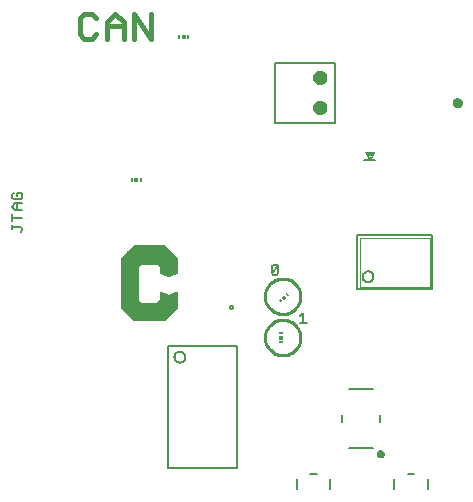
<source format=gto>
G75*
G70*
%OFA0B0*%
%FSLAX24Y24*%
%IPPOS*%
%LPD*%
%AMOC8*
5,1,8,0,0,1.08239X$1,22.5*
%
%ADD10C,0.0050*%
%ADD11C,0.0098*%
%ADD12C,0.0150*%
%ADD13R,0.0059X0.0118*%
%ADD14R,0.0118X0.0118*%
%ADD15R,0.0118X0.0059*%
%ADD16R,0.0118X0.0118*%
%ADD17C,0.0004*%
%ADD18C,0.0236*%
%ADD19C,0.0060*%
%ADD20C,0.0080*%
%ADD21C,0.0157*%
%ADD22C,0.0039*%
%ADD23C,0.0079*%
%ADD24C,0.0020*%
D10*
X008480Y007788D02*
X008482Y007802D01*
X008488Y007816D01*
X008496Y007828D01*
X008508Y007836D01*
X008522Y007842D01*
X008536Y007844D01*
X008550Y007842D01*
X008564Y007836D01*
X008576Y007828D01*
X008584Y007816D01*
X008590Y007802D01*
X008592Y007788D01*
X008590Y007774D01*
X008584Y007760D01*
X008576Y007748D01*
X008564Y007740D01*
X008550Y007734D01*
X008536Y007732D01*
X008522Y007734D01*
X008508Y007740D01*
X008496Y007748D01*
X008488Y007760D01*
X008482Y007774D01*
X008480Y007788D01*
X009870Y008923D02*
X010099Y009153D01*
X010099Y008923D01*
X010042Y008866D01*
X009927Y008866D01*
X009870Y008923D01*
X009870Y009153D01*
X009927Y009210D01*
X010042Y009210D01*
X010099Y009153D01*
X010929Y007596D02*
X010929Y007252D01*
X010815Y007252D02*
X011044Y007252D01*
X010815Y007481D02*
X010929Y007596D01*
X013497Y002887D02*
X013499Y002893D01*
X013503Y002897D01*
X013510Y002898D01*
X013515Y002895D01*
X013519Y002890D01*
X013519Y002884D01*
X013515Y002879D01*
X013510Y002876D01*
X013503Y002877D01*
X013499Y002881D01*
X013497Y002887D01*
X013451Y002887D02*
X013453Y002902D01*
X013459Y002915D01*
X013468Y002927D01*
X013479Y002936D01*
X013493Y002942D01*
X013508Y002944D01*
X013523Y002942D01*
X013536Y002936D01*
X013548Y002927D01*
X013557Y002916D01*
X013563Y002902D01*
X013565Y002887D01*
X013563Y002872D01*
X013557Y002859D01*
X013548Y002847D01*
X013537Y002838D01*
X013523Y002832D01*
X013508Y002830D01*
X013493Y002832D01*
X013480Y002838D01*
X013468Y002847D01*
X013459Y002858D01*
X013453Y002872D01*
X013451Y002887D01*
X013404Y002887D02*
X013406Y002907D01*
X013411Y002926D01*
X013421Y002943D01*
X013433Y002959D01*
X013448Y002972D01*
X013465Y002982D01*
X013483Y002988D01*
X013503Y002991D01*
X013523Y002990D01*
X013542Y002985D01*
X013560Y002977D01*
X013576Y002966D01*
X013590Y002951D01*
X013600Y002935D01*
X013608Y002916D01*
X013612Y002897D01*
X013612Y002877D01*
X013608Y002858D01*
X013600Y002839D01*
X013590Y002823D01*
X013576Y002808D01*
X013560Y002797D01*
X013542Y002789D01*
X013523Y002784D01*
X013503Y002783D01*
X013483Y002786D01*
X013465Y002792D01*
X013448Y002802D01*
X013433Y002815D01*
X013421Y002831D01*
X013411Y002848D01*
X013406Y002867D01*
X013404Y002887D01*
X011977Y013943D02*
X009977Y013943D01*
X009977Y015943D01*
X011977Y015943D01*
X011977Y013943D01*
X001562Y011553D02*
X001562Y011438D01*
X001505Y011381D01*
X001275Y011381D01*
X001218Y011438D01*
X001218Y011553D01*
X001275Y011610D01*
X001390Y011610D02*
X001390Y011495D01*
X001390Y011610D02*
X001505Y011610D01*
X001562Y011553D01*
X001562Y011247D02*
X001333Y011247D01*
X001218Y011133D01*
X001333Y011018D01*
X001562Y011018D01*
X001390Y011018D02*
X001390Y011247D01*
X001218Y010885D02*
X001218Y010656D01*
X001218Y010770D02*
X001562Y010770D01*
X001505Y010465D02*
X001218Y010465D01*
X001218Y010408D02*
X001218Y010522D01*
X001505Y010465D02*
X001562Y010408D01*
X001562Y010351D01*
X001505Y010293D01*
D11*
X009648Y008152D02*
X009650Y008200D01*
X009656Y008248D01*
X009666Y008295D01*
X009679Y008341D01*
X009697Y008386D01*
X009717Y008430D01*
X009742Y008472D01*
X009770Y008511D01*
X009800Y008548D01*
X009834Y008582D01*
X009871Y008614D01*
X009909Y008643D01*
X009950Y008668D01*
X009993Y008690D01*
X010038Y008708D01*
X010084Y008722D01*
X010131Y008733D01*
X010179Y008740D01*
X010227Y008743D01*
X010275Y008742D01*
X010323Y008737D01*
X010371Y008728D01*
X010417Y008716D01*
X010462Y008699D01*
X010506Y008679D01*
X010548Y008656D01*
X010588Y008629D01*
X010626Y008599D01*
X010661Y008566D01*
X010693Y008530D01*
X010723Y008492D01*
X010749Y008451D01*
X010771Y008408D01*
X010791Y008364D01*
X010806Y008319D01*
X010818Y008272D01*
X010826Y008224D01*
X010830Y008176D01*
X010830Y008128D01*
X010826Y008080D01*
X010818Y008032D01*
X010806Y007985D01*
X010791Y007940D01*
X010771Y007896D01*
X010749Y007853D01*
X010723Y007812D01*
X010693Y007774D01*
X010661Y007738D01*
X010626Y007705D01*
X010588Y007675D01*
X010548Y007648D01*
X010506Y007625D01*
X010462Y007605D01*
X010417Y007588D01*
X010371Y007576D01*
X010323Y007567D01*
X010275Y007562D01*
X010227Y007561D01*
X010179Y007564D01*
X010131Y007571D01*
X010084Y007582D01*
X010038Y007596D01*
X009993Y007614D01*
X009950Y007636D01*
X009909Y007661D01*
X009871Y007690D01*
X009834Y007722D01*
X009800Y007756D01*
X009770Y007793D01*
X009742Y007832D01*
X009717Y007874D01*
X009697Y007918D01*
X009679Y007963D01*
X009666Y008009D01*
X009656Y008056D01*
X009650Y008104D01*
X009648Y008152D01*
X009648Y006774D02*
X009650Y006822D01*
X009656Y006870D01*
X009666Y006917D01*
X009679Y006963D01*
X009697Y007008D01*
X009717Y007052D01*
X009742Y007094D01*
X009770Y007133D01*
X009800Y007170D01*
X009834Y007204D01*
X009871Y007236D01*
X009909Y007265D01*
X009950Y007290D01*
X009993Y007312D01*
X010038Y007330D01*
X010084Y007344D01*
X010131Y007355D01*
X010179Y007362D01*
X010227Y007365D01*
X010275Y007364D01*
X010323Y007359D01*
X010371Y007350D01*
X010417Y007338D01*
X010462Y007321D01*
X010506Y007301D01*
X010548Y007278D01*
X010588Y007251D01*
X010626Y007221D01*
X010661Y007188D01*
X010693Y007152D01*
X010723Y007114D01*
X010749Y007073D01*
X010771Y007030D01*
X010791Y006986D01*
X010806Y006941D01*
X010818Y006894D01*
X010826Y006846D01*
X010830Y006798D01*
X010830Y006750D01*
X010826Y006702D01*
X010818Y006654D01*
X010806Y006607D01*
X010791Y006562D01*
X010771Y006518D01*
X010749Y006475D01*
X010723Y006434D01*
X010693Y006396D01*
X010661Y006360D01*
X010626Y006327D01*
X010588Y006297D01*
X010548Y006270D01*
X010506Y006247D01*
X010462Y006227D01*
X010417Y006210D01*
X010371Y006198D01*
X010323Y006189D01*
X010275Y006184D01*
X010227Y006183D01*
X010179Y006186D01*
X010131Y006193D01*
X010084Y006204D01*
X010038Y006218D01*
X009993Y006236D01*
X009950Y006258D01*
X009909Y006283D01*
X009871Y006312D01*
X009834Y006344D01*
X009800Y006378D01*
X009770Y006415D01*
X009742Y006454D01*
X009717Y006496D01*
X009697Y006540D01*
X009679Y006585D01*
X009666Y006631D01*
X009656Y006678D01*
X009650Y006726D01*
X009648Y006774D01*
D12*
X005842Y016741D02*
X005842Y017576D01*
X005285Y017576D02*
X005842Y016741D01*
X005285Y016741D02*
X005285Y017576D01*
X004936Y017297D02*
X004936Y016741D01*
X004936Y017158D02*
X004379Y017158D01*
X004379Y017297D02*
X004658Y017576D01*
X004936Y017297D01*
X004379Y017297D02*
X004379Y016741D01*
X004030Y016880D02*
X003890Y016741D01*
X003612Y016741D01*
X003473Y016880D01*
X003473Y017437D01*
X003612Y017576D01*
X003890Y017576D01*
X004030Y017437D01*
D13*
X006794Y016804D03*
X007089Y016804D03*
X005514Y012030D03*
X005219Y012030D03*
G36*
X010114Y008027D02*
X010155Y008068D01*
X010238Y007985D01*
X010197Y007944D01*
X010114Y008027D01*
G37*
G36*
X010323Y008236D02*
X010364Y008277D01*
X010447Y008194D01*
X010406Y008153D01*
X010323Y008236D01*
G37*
D14*
G36*
X010197Y008110D02*
X010280Y008193D01*
X010363Y008110D01*
X010280Y008027D01*
X010197Y008110D01*
G37*
D15*
X010179Y006922D03*
X010179Y006626D03*
D16*
X010179Y006774D03*
X005366Y012030D03*
X006941Y016804D03*
D17*
X006292Y007345D02*
X005268Y007345D01*
X006292Y007345D01*
X006705Y007758D01*
X006705Y008310D01*
X006429Y008191D01*
X006154Y008310D01*
X006154Y008054D01*
X006705Y008054D01*
X006705Y008052D02*
X006152Y008052D01*
X006154Y008054D02*
X006036Y007936D01*
X005504Y007936D01*
X005406Y008034D01*
X005406Y009136D01*
X004855Y009136D01*
X004855Y009138D02*
X005408Y009138D01*
X005406Y009136D02*
X005504Y009235D01*
X006055Y009235D01*
X006154Y009136D01*
X006705Y009136D01*
X006705Y009138D02*
X006152Y009138D01*
X006154Y009136D02*
X006154Y008939D01*
X006429Y008821D01*
X006705Y008939D01*
X006705Y009432D01*
X006292Y009845D01*
X005268Y009845D01*
X004855Y009432D01*
X004855Y007758D01*
X005268Y007345D01*
X005266Y007347D02*
X006294Y007347D01*
X006297Y007350D02*
X005263Y007350D01*
X005261Y007352D02*
X006299Y007352D01*
X006302Y007355D02*
X005258Y007355D01*
X005256Y007357D02*
X006304Y007357D01*
X006307Y007360D02*
X005253Y007360D01*
X005251Y007362D02*
X006309Y007362D01*
X006311Y007365D02*
X005248Y007365D01*
X005246Y007367D02*
X006314Y007367D01*
X006316Y007370D02*
X005243Y007370D01*
X005241Y007372D02*
X006319Y007372D01*
X006321Y007375D02*
X005238Y007375D01*
X005236Y007377D02*
X006324Y007377D01*
X006326Y007380D02*
X005233Y007380D01*
X005231Y007382D02*
X006329Y007382D01*
X006331Y007385D02*
X005228Y007385D01*
X005226Y007387D02*
X006334Y007387D01*
X006336Y007390D02*
X005223Y007390D01*
X005221Y007392D02*
X006339Y007392D01*
X006341Y007395D02*
X005218Y007395D01*
X005216Y007397D02*
X006344Y007397D01*
X006346Y007400D02*
X005213Y007400D01*
X005211Y007402D02*
X006349Y007402D01*
X006351Y007404D02*
X005209Y007404D01*
X005206Y007407D02*
X006354Y007407D01*
X006356Y007409D02*
X005204Y007409D01*
X005201Y007412D02*
X006359Y007412D01*
X006361Y007414D02*
X005199Y007414D01*
X005196Y007417D02*
X006364Y007417D01*
X006366Y007419D02*
X005194Y007419D01*
X005191Y007422D02*
X006369Y007422D01*
X006371Y007424D02*
X005189Y007424D01*
X005186Y007427D02*
X006374Y007427D01*
X006376Y007429D02*
X005184Y007429D01*
X005181Y007432D02*
X006378Y007432D01*
X006381Y007434D02*
X005179Y007434D01*
X005176Y007437D02*
X006383Y007437D01*
X006386Y007439D02*
X005174Y007439D01*
X005171Y007442D02*
X006388Y007442D01*
X006391Y007444D02*
X005169Y007444D01*
X005166Y007447D02*
X006393Y007447D01*
X006396Y007449D02*
X005164Y007449D01*
X005161Y007452D02*
X006398Y007452D01*
X006401Y007454D02*
X005159Y007454D01*
X005156Y007457D02*
X006403Y007457D01*
X006406Y007459D02*
X005154Y007459D01*
X005151Y007462D02*
X006408Y007462D01*
X006411Y007464D02*
X005149Y007464D01*
X005146Y007466D02*
X006413Y007466D01*
X006416Y007469D02*
X005144Y007469D01*
X005142Y007471D02*
X006418Y007471D01*
X006421Y007474D02*
X005139Y007474D01*
X005137Y007476D02*
X006423Y007476D01*
X006426Y007479D02*
X005134Y007479D01*
X005132Y007481D02*
X006428Y007481D01*
X006431Y007484D02*
X005129Y007484D01*
X005127Y007486D02*
X006433Y007486D01*
X006436Y007489D02*
X005124Y007489D01*
X005122Y007491D02*
X006438Y007491D01*
X006440Y007494D02*
X005119Y007494D01*
X005117Y007496D02*
X006443Y007496D01*
X006445Y007499D02*
X005114Y007499D01*
X005112Y007501D02*
X006448Y007501D01*
X006450Y007504D02*
X005109Y007504D01*
X005107Y007506D02*
X006453Y007506D01*
X006455Y007509D02*
X005104Y007509D01*
X005102Y007511D02*
X006458Y007511D01*
X006460Y007514D02*
X005099Y007514D01*
X005097Y007516D02*
X006463Y007516D01*
X006465Y007519D02*
X005094Y007519D01*
X005092Y007521D02*
X006468Y007521D01*
X006470Y007524D02*
X005089Y007524D01*
X005087Y007526D02*
X006473Y007526D01*
X006475Y007529D02*
X005084Y007529D01*
X005082Y007531D02*
X006478Y007531D01*
X006480Y007533D02*
X005080Y007533D01*
X005077Y007536D02*
X006483Y007536D01*
X006485Y007538D02*
X005075Y007538D01*
X005072Y007541D02*
X006488Y007541D01*
X006490Y007543D02*
X005070Y007543D01*
X005067Y007546D02*
X006493Y007546D01*
X006495Y007548D02*
X005065Y007548D01*
X005062Y007551D02*
X006498Y007551D01*
X006500Y007553D02*
X005060Y007553D01*
X005057Y007556D02*
X006502Y007556D01*
X006505Y007558D02*
X005055Y007558D01*
X005052Y007561D02*
X006507Y007561D01*
X006510Y007563D02*
X005050Y007563D01*
X005047Y007566D02*
X006512Y007566D01*
X006515Y007568D02*
X005045Y007568D01*
X005042Y007571D02*
X006517Y007571D01*
X006520Y007573D02*
X005040Y007573D01*
X005037Y007576D02*
X006522Y007576D01*
X006525Y007578D02*
X005035Y007578D01*
X005032Y007581D02*
X006527Y007581D01*
X006530Y007583D02*
X005030Y007583D01*
X005027Y007586D02*
X006532Y007586D01*
X006535Y007588D02*
X005025Y007588D01*
X005022Y007591D02*
X006537Y007591D01*
X006540Y007593D02*
X005020Y007593D01*
X005018Y007595D02*
X006542Y007595D01*
X006545Y007598D02*
X005015Y007598D01*
X005013Y007600D02*
X006547Y007600D01*
X006550Y007603D02*
X005010Y007603D01*
X005008Y007605D02*
X006552Y007605D01*
X006555Y007608D02*
X005005Y007608D01*
X005003Y007610D02*
X006557Y007610D01*
X006560Y007613D02*
X005000Y007613D01*
X004998Y007615D02*
X006562Y007615D01*
X006564Y007618D02*
X004995Y007618D01*
X004993Y007620D02*
X006567Y007620D01*
X006569Y007623D02*
X004990Y007623D01*
X004988Y007625D02*
X006572Y007625D01*
X006574Y007628D02*
X004985Y007628D01*
X004983Y007630D02*
X006577Y007630D01*
X006579Y007633D02*
X004980Y007633D01*
X004978Y007635D02*
X006582Y007635D01*
X006584Y007638D02*
X004975Y007638D01*
X004973Y007640D02*
X006587Y007640D01*
X006589Y007643D02*
X004970Y007643D01*
X004968Y007645D02*
X006592Y007645D01*
X006594Y007648D02*
X004965Y007648D01*
X004963Y007650D02*
X006597Y007650D01*
X006599Y007653D02*
X004960Y007653D01*
X004958Y007655D02*
X006602Y007655D01*
X006604Y007657D02*
X004956Y007657D01*
X004953Y007660D02*
X006607Y007660D01*
X006609Y007662D02*
X004951Y007662D01*
X004948Y007665D02*
X006612Y007665D01*
X006614Y007667D02*
X004946Y007667D01*
X004943Y007670D02*
X006617Y007670D01*
X006619Y007672D02*
X004941Y007672D01*
X004938Y007675D02*
X006622Y007675D01*
X006624Y007677D02*
X004936Y007677D01*
X004933Y007680D02*
X006626Y007680D01*
X006629Y007682D02*
X004931Y007682D01*
X004928Y007685D02*
X006631Y007685D01*
X006634Y007687D02*
X004926Y007687D01*
X004923Y007690D02*
X006636Y007690D01*
X006639Y007692D02*
X004921Y007692D01*
X004918Y007695D02*
X006641Y007695D01*
X006644Y007697D02*
X004916Y007697D01*
X004913Y007700D02*
X006646Y007700D01*
X006649Y007702D02*
X004911Y007702D01*
X004908Y007705D02*
X006651Y007705D01*
X006654Y007707D02*
X004906Y007707D01*
X004903Y007710D02*
X006656Y007710D01*
X006659Y007712D02*
X004901Y007712D01*
X004898Y007715D02*
X006661Y007715D01*
X006664Y007717D02*
X004896Y007717D01*
X004894Y007719D02*
X006666Y007719D01*
X006669Y007722D02*
X004891Y007722D01*
X004889Y007724D02*
X006671Y007724D01*
X006674Y007727D02*
X004886Y007727D01*
X004884Y007729D02*
X006676Y007729D01*
X006679Y007732D02*
X004881Y007732D01*
X004879Y007734D02*
X006681Y007734D01*
X006684Y007737D02*
X004876Y007737D01*
X004874Y007739D02*
X006686Y007739D01*
X006689Y007742D02*
X004871Y007742D01*
X004869Y007744D02*
X006691Y007744D01*
X006693Y007747D02*
X004866Y007747D01*
X004864Y007749D02*
X006696Y007749D01*
X006698Y007752D02*
X004861Y007752D01*
X004859Y007754D02*
X006701Y007754D01*
X006703Y007757D02*
X004856Y007757D01*
X004855Y007759D02*
X006705Y007759D01*
X006705Y007762D02*
X004855Y007762D01*
X004855Y007764D02*
X006705Y007764D01*
X006705Y007767D02*
X004855Y007767D01*
X004855Y007769D02*
X006705Y007769D01*
X006705Y007772D02*
X004855Y007772D01*
X004855Y007774D02*
X006705Y007774D01*
X006705Y007777D02*
X004855Y007777D01*
X004855Y007779D02*
X006705Y007779D01*
X006705Y007781D02*
X004855Y007781D01*
X004855Y007784D02*
X006705Y007784D01*
X006705Y007786D02*
X004855Y007786D01*
X004855Y007789D02*
X006705Y007789D01*
X006705Y007791D02*
X004855Y007791D01*
X004855Y007794D02*
X006705Y007794D01*
X006705Y007796D02*
X004855Y007796D01*
X004855Y007799D02*
X006705Y007799D01*
X006705Y007801D02*
X004855Y007801D01*
X004855Y007804D02*
X006705Y007804D01*
X006705Y007806D02*
X004855Y007806D01*
X004855Y007809D02*
X006705Y007809D01*
X006705Y007811D02*
X004855Y007811D01*
X004855Y007814D02*
X006705Y007814D01*
X006705Y007816D02*
X004855Y007816D01*
X004855Y007819D02*
X006705Y007819D01*
X006705Y007821D02*
X004855Y007821D01*
X004855Y007824D02*
X006705Y007824D01*
X006705Y007826D02*
X004855Y007826D01*
X004855Y007829D02*
X006705Y007829D01*
X006705Y007831D02*
X004855Y007831D01*
X004855Y007834D02*
X006705Y007834D01*
X006705Y007836D02*
X004855Y007836D01*
X004855Y007839D02*
X006705Y007839D01*
X006705Y007841D02*
X004855Y007841D01*
X004855Y007844D02*
X006705Y007844D01*
X006705Y007846D02*
X004855Y007846D01*
X004855Y007848D02*
X006705Y007848D01*
X006705Y007851D02*
X004855Y007851D01*
X004855Y007853D02*
X006705Y007853D01*
X006705Y007856D02*
X004855Y007856D01*
X004855Y007858D02*
X006705Y007858D01*
X006705Y007861D02*
X004855Y007861D01*
X004855Y007863D02*
X006705Y007863D01*
X006705Y007866D02*
X004855Y007866D01*
X004855Y007868D02*
X006705Y007868D01*
X006705Y007871D02*
X004855Y007871D01*
X004855Y007873D02*
X006705Y007873D01*
X006705Y007876D02*
X004855Y007876D01*
X004855Y007878D02*
X006705Y007878D01*
X006705Y007881D02*
X004855Y007881D01*
X004855Y007883D02*
X006705Y007883D01*
X006705Y007886D02*
X004855Y007886D01*
X004855Y007888D02*
X006705Y007888D01*
X006705Y007891D02*
X004855Y007891D01*
X004855Y007893D02*
X006705Y007893D01*
X006705Y007896D02*
X004855Y007896D01*
X004855Y007898D02*
X006705Y007898D01*
X006705Y007901D02*
X004855Y007901D01*
X004855Y007903D02*
X006705Y007903D01*
X006705Y007906D02*
X004855Y007906D01*
X004855Y007908D02*
X006705Y007908D01*
X006705Y007910D02*
X004855Y007910D01*
X004855Y007913D02*
X006705Y007913D01*
X006705Y007915D02*
X004855Y007915D01*
X004855Y007918D02*
X006705Y007918D01*
X006705Y007920D02*
X004855Y007920D01*
X004855Y007923D02*
X006705Y007923D01*
X006705Y007925D02*
X004855Y007925D01*
X004855Y007928D02*
X006705Y007928D01*
X006705Y007930D02*
X004855Y007930D01*
X004855Y007933D02*
X006705Y007933D01*
X006705Y007935D02*
X004855Y007935D01*
X004855Y007938D02*
X005502Y007938D01*
X005500Y007940D02*
X004855Y007940D01*
X004855Y007943D02*
X005497Y007943D01*
X005495Y007945D02*
X004855Y007945D01*
X004855Y007948D02*
X005492Y007948D01*
X005490Y007950D02*
X004855Y007950D01*
X004855Y007953D02*
X005487Y007953D01*
X005485Y007955D02*
X004855Y007955D01*
X004855Y007958D02*
X005482Y007958D01*
X005480Y007960D02*
X004855Y007960D01*
X004855Y007963D02*
X005477Y007963D01*
X005475Y007965D02*
X004855Y007965D01*
X004855Y007968D02*
X005472Y007968D01*
X005470Y007970D02*
X004855Y007970D01*
X004855Y007972D02*
X005467Y007972D01*
X005465Y007975D02*
X004855Y007975D01*
X004855Y007977D02*
X005462Y007977D01*
X005460Y007980D02*
X004855Y007980D01*
X004855Y007982D02*
X005457Y007982D01*
X005455Y007985D02*
X004855Y007985D01*
X004855Y007987D02*
X005452Y007987D01*
X005450Y007990D02*
X004855Y007990D01*
X004855Y007992D02*
X005447Y007992D01*
X005445Y007995D02*
X004855Y007995D01*
X004855Y007997D02*
X005442Y007997D01*
X005440Y008000D02*
X004855Y008000D01*
X004855Y008002D02*
X005438Y008002D01*
X005435Y008005D02*
X004855Y008005D01*
X004855Y008007D02*
X005433Y008007D01*
X005430Y008010D02*
X004855Y008010D01*
X004855Y008012D02*
X005428Y008012D01*
X005425Y008015D02*
X004855Y008015D01*
X004855Y008017D02*
X005423Y008017D01*
X005420Y008020D02*
X004855Y008020D01*
X004855Y008022D02*
X005418Y008022D01*
X005415Y008025D02*
X004855Y008025D01*
X004855Y008027D02*
X005413Y008027D01*
X005410Y008030D02*
X004855Y008030D01*
X004855Y008032D02*
X005408Y008032D01*
X005406Y008034D02*
X004855Y008034D01*
X004855Y008037D02*
X005406Y008037D01*
X005406Y008039D02*
X004855Y008039D01*
X004855Y008042D02*
X005406Y008042D01*
X005406Y008044D02*
X004855Y008044D01*
X004855Y008047D02*
X005406Y008047D01*
X005406Y008049D02*
X004855Y008049D01*
X004855Y008052D02*
X005406Y008052D01*
X005406Y008054D02*
X004855Y008054D01*
X004855Y008057D02*
X005406Y008057D01*
X005406Y008059D02*
X004855Y008059D01*
X004855Y008062D02*
X005406Y008062D01*
X005406Y008064D02*
X004855Y008064D01*
X004855Y008067D02*
X005406Y008067D01*
X005406Y008069D02*
X004855Y008069D01*
X004855Y008072D02*
X005406Y008072D01*
X005406Y008074D02*
X004855Y008074D01*
X004855Y008077D02*
X005406Y008077D01*
X005406Y008079D02*
X004855Y008079D01*
X004855Y008082D02*
X005406Y008082D01*
X005406Y008084D02*
X004855Y008084D01*
X004855Y008087D02*
X005406Y008087D01*
X005406Y008089D02*
X004855Y008089D01*
X004855Y008092D02*
X005406Y008092D01*
X005406Y008094D02*
X004855Y008094D01*
X004855Y008096D02*
X005406Y008096D01*
X005406Y008099D02*
X004855Y008099D01*
X004855Y008101D02*
X005406Y008101D01*
X005406Y008104D02*
X004855Y008104D01*
X004855Y008106D02*
X005406Y008106D01*
X005406Y008109D02*
X004855Y008109D01*
X004855Y008111D02*
X005406Y008111D01*
X005406Y008114D02*
X004855Y008114D01*
X004855Y008116D02*
X005406Y008116D01*
X005406Y008119D02*
X004855Y008119D01*
X004855Y008121D02*
X005406Y008121D01*
X005406Y008124D02*
X004855Y008124D01*
X004855Y008126D02*
X005406Y008126D01*
X005406Y008129D02*
X004855Y008129D01*
X004855Y008131D02*
X005406Y008131D01*
X005406Y008134D02*
X004855Y008134D01*
X004855Y008136D02*
X005406Y008136D01*
X005406Y008139D02*
X004855Y008139D01*
X004855Y008141D02*
X005406Y008141D01*
X005406Y008144D02*
X004855Y008144D01*
X004855Y008146D02*
X005406Y008146D01*
X005406Y008149D02*
X004855Y008149D01*
X004855Y008151D02*
X005406Y008151D01*
X005406Y008154D02*
X004855Y008154D01*
X004855Y008156D02*
X005406Y008156D01*
X005406Y008159D02*
X004855Y008159D01*
X004855Y008161D02*
X005406Y008161D01*
X005406Y008163D02*
X004855Y008163D01*
X004855Y008166D02*
X005406Y008166D01*
X005406Y008168D02*
X004855Y008168D01*
X004855Y008171D02*
X005406Y008171D01*
X005406Y008173D02*
X004855Y008173D01*
X004855Y008176D02*
X005406Y008176D01*
X005406Y008178D02*
X004855Y008178D01*
X004855Y008181D02*
X005406Y008181D01*
X005406Y008183D02*
X004855Y008183D01*
X004855Y008186D02*
X005406Y008186D01*
X005406Y008188D02*
X004855Y008188D01*
X004855Y008191D02*
X005406Y008191D01*
X005406Y008193D02*
X004855Y008193D01*
X004855Y008196D02*
X005406Y008196D01*
X005406Y008198D02*
X004855Y008198D01*
X004855Y008201D02*
X005406Y008201D01*
X005406Y008203D02*
X004855Y008203D01*
X004855Y008206D02*
X005406Y008206D01*
X005406Y008208D02*
X004855Y008208D01*
X004855Y008211D02*
X005406Y008211D01*
X005406Y008213D02*
X004855Y008213D01*
X004855Y008216D02*
X005406Y008216D01*
X005406Y008218D02*
X004855Y008218D01*
X004855Y008221D02*
X005406Y008221D01*
X005406Y008223D02*
X004855Y008223D01*
X004855Y008225D02*
X005406Y008225D01*
X005406Y008228D02*
X004855Y008228D01*
X004855Y008230D02*
X005406Y008230D01*
X005406Y008233D02*
X004855Y008233D01*
X004855Y008235D02*
X005406Y008235D01*
X005406Y008238D02*
X004855Y008238D01*
X004855Y008240D02*
X005406Y008240D01*
X005406Y008243D02*
X004855Y008243D01*
X004855Y008245D02*
X005406Y008245D01*
X005406Y008248D02*
X004855Y008248D01*
X004855Y008250D02*
X005406Y008250D01*
X005406Y008253D02*
X004855Y008253D01*
X004855Y008255D02*
X005406Y008255D01*
X005406Y008258D02*
X004855Y008258D01*
X004855Y008260D02*
X005406Y008260D01*
X005406Y008263D02*
X004855Y008263D01*
X004855Y008265D02*
X005406Y008265D01*
X005406Y008268D02*
X004855Y008268D01*
X004855Y008270D02*
X005406Y008270D01*
X005406Y008273D02*
X004855Y008273D01*
X004855Y008275D02*
X005406Y008275D01*
X005406Y008278D02*
X004855Y008278D01*
X004855Y008280D02*
X005406Y008280D01*
X005406Y008283D02*
X004855Y008283D01*
X004855Y008285D02*
X005406Y008285D01*
X005406Y008287D02*
X004855Y008287D01*
X004855Y008290D02*
X005406Y008290D01*
X005406Y008292D02*
X004855Y008292D01*
X004855Y008295D02*
X005406Y008295D01*
X005406Y008297D02*
X004855Y008297D01*
X004855Y008300D02*
X005406Y008300D01*
X005406Y008302D02*
X004855Y008302D01*
X004855Y008305D02*
X005406Y008305D01*
X005406Y008307D02*
X004855Y008307D01*
X004855Y008310D02*
X005406Y008310D01*
X005406Y008312D02*
X004855Y008312D01*
X004855Y008315D02*
X005406Y008315D01*
X005406Y008317D02*
X004855Y008317D01*
X004855Y008320D02*
X005406Y008320D01*
X005406Y008322D02*
X004855Y008322D01*
X004855Y008325D02*
X005406Y008325D01*
X005406Y008327D02*
X004855Y008327D01*
X004855Y008330D02*
X005406Y008330D01*
X005406Y008332D02*
X004855Y008332D01*
X004855Y008335D02*
X005406Y008335D01*
X005406Y008337D02*
X004855Y008337D01*
X004855Y008340D02*
X005406Y008340D01*
X005406Y008342D02*
X004855Y008342D01*
X004855Y008345D02*
X005406Y008345D01*
X005406Y008347D02*
X004855Y008347D01*
X004855Y008349D02*
X005406Y008349D01*
X005406Y008352D02*
X004855Y008352D01*
X004855Y008354D02*
X005406Y008354D01*
X005406Y008357D02*
X004855Y008357D01*
X004855Y008359D02*
X005406Y008359D01*
X005406Y008362D02*
X004855Y008362D01*
X004855Y008364D02*
X005406Y008364D01*
X005406Y008367D02*
X004855Y008367D01*
X004855Y008369D02*
X005406Y008369D01*
X005406Y008372D02*
X004855Y008372D01*
X004855Y008374D02*
X005406Y008374D01*
X005406Y008377D02*
X004855Y008377D01*
X004855Y008379D02*
X005406Y008379D01*
X005406Y008382D02*
X004855Y008382D01*
X004855Y008384D02*
X005406Y008384D01*
X005406Y008387D02*
X004855Y008387D01*
X004855Y008389D02*
X005406Y008389D01*
X005406Y008392D02*
X004855Y008392D01*
X004855Y008394D02*
X005406Y008394D01*
X005406Y008397D02*
X004855Y008397D01*
X004855Y008399D02*
X005406Y008399D01*
X005406Y008402D02*
X004855Y008402D01*
X004855Y008404D02*
X005406Y008404D01*
X005406Y008407D02*
X004855Y008407D01*
X004855Y008409D02*
X005406Y008409D01*
X005406Y008411D02*
X004855Y008411D01*
X004855Y008414D02*
X005406Y008414D01*
X005406Y008416D02*
X004855Y008416D01*
X004855Y008419D02*
X005406Y008419D01*
X005406Y008421D02*
X004855Y008421D01*
X004855Y008424D02*
X005406Y008424D01*
X005406Y008426D02*
X004855Y008426D01*
X004855Y008429D02*
X005406Y008429D01*
X005406Y008431D02*
X004855Y008431D01*
X004855Y008434D02*
X005406Y008434D01*
X005406Y008436D02*
X004855Y008436D01*
X004855Y008439D02*
X005406Y008439D01*
X005406Y008441D02*
X004855Y008441D01*
X004855Y008444D02*
X005406Y008444D01*
X005406Y008446D02*
X004855Y008446D01*
X004855Y008449D02*
X005406Y008449D01*
X005406Y008451D02*
X004855Y008451D01*
X004855Y008454D02*
X005406Y008454D01*
X005406Y008456D02*
X004855Y008456D01*
X004855Y008459D02*
X005406Y008459D01*
X005406Y008461D02*
X004855Y008461D01*
X004855Y008464D02*
X005406Y008464D01*
X005406Y008466D02*
X004855Y008466D01*
X004855Y008469D02*
X005406Y008469D01*
X005406Y008471D02*
X004855Y008471D01*
X004855Y008474D02*
X005406Y008474D01*
X005406Y008476D02*
X004855Y008476D01*
X004855Y008478D02*
X005406Y008478D01*
X005406Y008481D02*
X004855Y008481D01*
X004855Y008483D02*
X005406Y008483D01*
X005406Y008486D02*
X004855Y008486D01*
X004855Y008488D02*
X005406Y008488D01*
X005406Y008491D02*
X004855Y008491D01*
X004855Y008493D02*
X005406Y008493D01*
X005406Y008496D02*
X004855Y008496D01*
X004855Y008498D02*
X005406Y008498D01*
X005406Y008501D02*
X004855Y008501D01*
X004855Y008503D02*
X005406Y008503D01*
X005406Y008506D02*
X004855Y008506D01*
X004855Y008508D02*
X005406Y008508D01*
X005406Y008511D02*
X004855Y008511D01*
X004855Y008513D02*
X005406Y008513D01*
X005406Y008516D02*
X004855Y008516D01*
X004855Y008518D02*
X005406Y008518D01*
X005406Y008521D02*
X004855Y008521D01*
X004855Y008523D02*
X005406Y008523D01*
X005406Y008526D02*
X004855Y008526D01*
X004855Y008528D02*
X005406Y008528D01*
X005406Y008531D02*
X004855Y008531D01*
X004855Y008533D02*
X005406Y008533D01*
X005406Y008536D02*
X004855Y008536D01*
X004855Y008538D02*
X005406Y008538D01*
X005406Y008540D02*
X004855Y008540D01*
X004855Y008543D02*
X005406Y008543D01*
X005406Y008545D02*
X004855Y008545D01*
X004855Y008548D02*
X005406Y008548D01*
X005406Y008550D02*
X004855Y008550D01*
X004855Y008553D02*
X005406Y008553D01*
X005406Y008555D02*
X004855Y008555D01*
X004855Y008558D02*
X005406Y008558D01*
X005406Y008560D02*
X004855Y008560D01*
X004855Y008563D02*
X005406Y008563D01*
X005406Y008565D02*
X004855Y008565D01*
X004855Y008568D02*
X005406Y008568D01*
X005406Y008570D02*
X004855Y008570D01*
X004855Y008573D02*
X005406Y008573D01*
X005406Y008575D02*
X004855Y008575D01*
X004855Y008578D02*
X005406Y008578D01*
X005406Y008580D02*
X004855Y008580D01*
X004855Y008583D02*
X005406Y008583D01*
X005406Y008585D02*
X004855Y008585D01*
X004855Y008588D02*
X005406Y008588D01*
X005406Y008590D02*
X004855Y008590D01*
X004855Y008593D02*
X005406Y008593D01*
X005406Y008595D02*
X004855Y008595D01*
X004855Y008598D02*
X005406Y008598D01*
X005406Y008600D02*
X004855Y008600D01*
X004855Y008602D02*
X005406Y008602D01*
X005406Y008605D02*
X004855Y008605D01*
X004855Y008607D02*
X005406Y008607D01*
X005406Y008610D02*
X004855Y008610D01*
X004855Y008612D02*
X005406Y008612D01*
X005406Y008615D02*
X004855Y008615D01*
X004855Y008617D02*
X005406Y008617D01*
X005406Y008620D02*
X004855Y008620D01*
X004855Y008622D02*
X005406Y008622D01*
X005406Y008625D02*
X004855Y008625D01*
X004855Y008627D02*
X005406Y008627D01*
X005406Y008630D02*
X004855Y008630D01*
X004855Y008632D02*
X005406Y008632D01*
X005406Y008635D02*
X004855Y008635D01*
X004855Y008637D02*
X005406Y008637D01*
X005406Y008640D02*
X004855Y008640D01*
X004855Y008642D02*
X005406Y008642D01*
X005406Y008645D02*
X004855Y008645D01*
X004855Y008647D02*
X005406Y008647D01*
X005406Y008650D02*
X004855Y008650D01*
X004855Y008652D02*
X005406Y008652D01*
X005406Y008655D02*
X004855Y008655D01*
X004855Y008657D02*
X005406Y008657D01*
X005406Y008660D02*
X004855Y008660D01*
X004855Y008662D02*
X005406Y008662D01*
X005406Y008664D02*
X004855Y008664D01*
X004855Y008667D02*
X005406Y008667D01*
X005406Y008669D02*
X004855Y008669D01*
X004855Y008672D02*
X005406Y008672D01*
X005406Y008674D02*
X004855Y008674D01*
X004855Y008677D02*
X005406Y008677D01*
X005406Y008679D02*
X004855Y008679D01*
X004855Y008682D02*
X005406Y008682D01*
X005406Y008684D02*
X004855Y008684D01*
X004855Y008687D02*
X005406Y008687D01*
X005406Y008689D02*
X004855Y008689D01*
X004855Y008692D02*
X005406Y008692D01*
X005406Y008694D02*
X004855Y008694D01*
X004855Y008697D02*
X005406Y008697D01*
X005406Y008699D02*
X004855Y008699D01*
X004855Y008702D02*
X005406Y008702D01*
X005406Y008704D02*
X004855Y008704D01*
X004855Y008707D02*
X005406Y008707D01*
X005406Y008709D02*
X004855Y008709D01*
X004855Y008712D02*
X005406Y008712D01*
X005406Y008714D02*
X004855Y008714D01*
X004855Y008717D02*
X005406Y008717D01*
X005406Y008719D02*
X004855Y008719D01*
X004855Y008722D02*
X005406Y008722D01*
X005406Y008724D02*
X004855Y008724D01*
X004855Y008726D02*
X005406Y008726D01*
X005406Y008729D02*
X004855Y008729D01*
X004855Y008731D02*
X005406Y008731D01*
X005406Y008734D02*
X004855Y008734D01*
X004855Y008736D02*
X005406Y008736D01*
X005406Y008739D02*
X004855Y008739D01*
X004855Y008741D02*
X005406Y008741D01*
X005406Y008744D02*
X004855Y008744D01*
X004855Y008746D02*
X005406Y008746D01*
X005406Y008749D02*
X004855Y008749D01*
X004855Y008751D02*
X005406Y008751D01*
X005406Y008754D02*
X004855Y008754D01*
X004855Y008756D02*
X005406Y008756D01*
X005406Y008759D02*
X004855Y008759D01*
X004855Y008761D02*
X005406Y008761D01*
X005406Y008764D02*
X004855Y008764D01*
X004855Y008766D02*
X005406Y008766D01*
X005406Y008769D02*
X004855Y008769D01*
X004855Y008771D02*
X005406Y008771D01*
X005406Y008774D02*
X004855Y008774D01*
X004855Y008776D02*
X005406Y008776D01*
X005406Y008779D02*
X004855Y008779D01*
X004855Y008781D02*
X005406Y008781D01*
X005406Y008784D02*
X004855Y008784D01*
X004855Y008786D02*
X005406Y008786D01*
X005406Y008789D02*
X004855Y008789D01*
X004855Y008791D02*
X005406Y008791D01*
X005406Y008793D02*
X004855Y008793D01*
X004855Y008796D02*
X005406Y008796D01*
X005406Y008798D02*
X004855Y008798D01*
X004855Y008801D02*
X005406Y008801D01*
X005406Y008803D02*
X004855Y008803D01*
X004855Y008806D02*
X005406Y008806D01*
X005406Y008808D02*
X004855Y008808D01*
X004855Y008811D02*
X005406Y008811D01*
X005406Y008813D02*
X004855Y008813D01*
X004855Y008816D02*
X005406Y008816D01*
X005406Y008818D02*
X004855Y008818D01*
X004855Y008821D02*
X005406Y008821D01*
X005406Y008823D02*
X004855Y008823D01*
X004855Y008826D02*
X005406Y008826D01*
X005406Y008828D02*
X004855Y008828D01*
X004855Y008831D02*
X005406Y008831D01*
X005406Y008833D02*
X004855Y008833D01*
X004855Y008836D02*
X005406Y008836D01*
X005406Y008838D02*
X004855Y008838D01*
X004855Y008841D02*
X005406Y008841D01*
X005406Y008843D02*
X004855Y008843D01*
X004855Y008846D02*
X005406Y008846D01*
X005406Y008848D02*
X004855Y008848D01*
X004855Y008851D02*
X005406Y008851D01*
X005406Y008853D02*
X004855Y008853D01*
X004855Y008855D02*
X005406Y008855D01*
X005406Y008858D02*
X004855Y008858D01*
X004855Y008860D02*
X005406Y008860D01*
X005406Y008863D02*
X004855Y008863D01*
X004855Y008865D02*
X005406Y008865D01*
X005406Y008868D02*
X004855Y008868D01*
X004855Y008870D02*
X005406Y008870D01*
X005406Y008873D02*
X004855Y008873D01*
X004855Y008875D02*
X005406Y008875D01*
X005406Y008878D02*
X004855Y008878D01*
X004855Y008880D02*
X005406Y008880D01*
X005406Y008883D02*
X004855Y008883D01*
X004855Y008885D02*
X005406Y008885D01*
X005406Y008888D02*
X004855Y008888D01*
X004855Y008890D02*
X005406Y008890D01*
X005406Y008893D02*
X004855Y008893D01*
X004855Y008895D02*
X005406Y008895D01*
X005406Y008898D02*
X004855Y008898D01*
X004855Y008900D02*
X005406Y008900D01*
X005406Y008903D02*
X004855Y008903D01*
X004855Y008905D02*
X005406Y008905D01*
X005406Y008908D02*
X004855Y008908D01*
X004855Y008910D02*
X005406Y008910D01*
X005406Y008913D02*
X004855Y008913D01*
X004855Y008915D02*
X005406Y008915D01*
X005406Y008917D02*
X004855Y008917D01*
X004855Y008920D02*
X005406Y008920D01*
X005406Y008922D02*
X004855Y008922D01*
X004855Y008925D02*
X005406Y008925D01*
X005406Y008927D02*
X004855Y008927D01*
X004855Y008930D02*
X005406Y008930D01*
X005406Y008932D02*
X004855Y008932D01*
X004855Y008935D02*
X005406Y008935D01*
X005406Y008937D02*
X004855Y008937D01*
X004855Y008940D02*
X005406Y008940D01*
X005406Y008942D02*
X004855Y008942D01*
X004855Y008945D02*
X005406Y008945D01*
X005406Y008947D02*
X004855Y008947D01*
X004855Y008950D02*
X005406Y008950D01*
X005406Y008952D02*
X004855Y008952D01*
X004855Y008955D02*
X005406Y008955D01*
X005406Y008957D02*
X004855Y008957D01*
X004855Y008960D02*
X005406Y008960D01*
X005406Y008962D02*
X004855Y008962D01*
X004855Y008965D02*
X005406Y008965D01*
X005406Y008967D02*
X004855Y008967D01*
X004855Y008970D02*
X005406Y008970D01*
X005406Y008972D02*
X004855Y008972D01*
X004855Y008975D02*
X005406Y008975D01*
X005406Y008977D02*
X004855Y008977D01*
X004855Y008979D02*
X005406Y008979D01*
X005406Y008982D02*
X004855Y008982D01*
X004855Y008984D02*
X005406Y008984D01*
X005406Y008987D02*
X004855Y008987D01*
X004855Y008989D02*
X005406Y008989D01*
X005406Y008992D02*
X004855Y008992D01*
X004855Y008994D02*
X005406Y008994D01*
X005406Y008997D02*
X004855Y008997D01*
X004855Y008999D02*
X005406Y008999D01*
X005406Y009002D02*
X004855Y009002D01*
X004855Y009004D02*
X005406Y009004D01*
X005406Y009007D02*
X004855Y009007D01*
X004855Y009009D02*
X005406Y009009D01*
X005406Y009012D02*
X004855Y009012D01*
X004855Y009014D02*
X005406Y009014D01*
X005406Y009017D02*
X004855Y009017D01*
X004855Y009019D02*
X005406Y009019D01*
X005406Y009022D02*
X004855Y009022D01*
X004855Y009024D02*
X005406Y009024D01*
X005406Y009027D02*
X004855Y009027D01*
X004855Y009029D02*
X005406Y009029D01*
X005406Y009032D02*
X004855Y009032D01*
X004855Y009034D02*
X005406Y009034D01*
X005406Y009037D02*
X004855Y009037D01*
X004855Y009039D02*
X005406Y009039D01*
X005406Y009041D02*
X004855Y009041D01*
X004855Y009044D02*
X005406Y009044D01*
X005406Y009046D02*
X004855Y009046D01*
X004855Y009049D02*
X005406Y009049D01*
X005406Y009051D02*
X004855Y009051D01*
X004855Y009054D02*
X005406Y009054D01*
X005406Y009056D02*
X004855Y009056D01*
X004855Y009059D02*
X005406Y009059D01*
X005406Y009061D02*
X004855Y009061D01*
X004855Y009064D02*
X005406Y009064D01*
X005406Y009066D02*
X004855Y009066D01*
X004855Y009069D02*
X005406Y009069D01*
X005406Y009071D02*
X004855Y009071D01*
X004855Y009074D02*
X005406Y009074D01*
X005406Y009076D02*
X004855Y009076D01*
X004855Y009079D02*
X005406Y009079D01*
X005406Y009081D02*
X004855Y009081D01*
X004855Y009084D02*
X005406Y009084D01*
X005406Y009086D02*
X004855Y009086D01*
X004855Y009089D02*
X005406Y009089D01*
X005406Y009091D02*
X004855Y009091D01*
X004855Y009094D02*
X005406Y009094D01*
X005406Y009096D02*
X004855Y009096D01*
X004855Y009099D02*
X005406Y009099D01*
X005406Y009101D02*
X004855Y009101D01*
X004855Y009104D02*
X005406Y009104D01*
X005406Y009106D02*
X004855Y009106D01*
X004855Y009108D02*
X005406Y009108D01*
X005406Y009111D02*
X004855Y009111D01*
X004855Y009113D02*
X005406Y009113D01*
X005406Y009116D02*
X004855Y009116D01*
X004855Y009118D02*
X005406Y009118D01*
X005406Y009121D02*
X004855Y009121D01*
X004855Y009123D02*
X005406Y009123D01*
X005406Y009126D02*
X004855Y009126D01*
X004855Y009128D02*
X005406Y009128D01*
X005406Y009131D02*
X004855Y009131D01*
X004855Y009133D02*
X005406Y009133D01*
X005410Y009141D02*
X004855Y009141D01*
X004855Y009143D02*
X005413Y009143D01*
X005415Y009146D02*
X004855Y009146D01*
X004855Y009148D02*
X005418Y009148D01*
X005420Y009151D02*
X004855Y009151D01*
X004855Y009153D02*
X005423Y009153D01*
X005425Y009156D02*
X004855Y009156D01*
X004855Y009158D02*
X005428Y009158D01*
X005430Y009161D02*
X004855Y009161D01*
X004855Y009163D02*
X005433Y009163D01*
X005435Y009166D02*
X004855Y009166D01*
X004855Y009168D02*
X005438Y009168D01*
X005440Y009170D02*
X004855Y009170D01*
X004855Y009173D02*
X005442Y009173D01*
X005445Y009175D02*
X004855Y009175D01*
X004855Y009178D02*
X005447Y009178D01*
X005450Y009180D02*
X004855Y009180D01*
X004855Y009183D02*
X005452Y009183D01*
X005455Y009185D02*
X004855Y009185D01*
X004855Y009188D02*
X005457Y009188D01*
X005460Y009190D02*
X004855Y009190D01*
X004855Y009193D02*
X005462Y009193D01*
X005465Y009195D02*
X004855Y009195D01*
X004855Y009198D02*
X005467Y009198D01*
X005470Y009200D02*
X004855Y009200D01*
X004855Y009203D02*
X005472Y009203D01*
X005475Y009205D02*
X004855Y009205D01*
X004855Y009208D02*
X005477Y009208D01*
X005480Y009210D02*
X004855Y009210D01*
X004855Y009213D02*
X005482Y009213D01*
X005485Y009215D02*
X004855Y009215D01*
X004855Y009218D02*
X005487Y009218D01*
X005490Y009220D02*
X004855Y009220D01*
X004855Y009223D02*
X005492Y009223D01*
X005495Y009225D02*
X004855Y009225D01*
X004855Y009228D02*
X005497Y009228D01*
X005500Y009230D02*
X004855Y009230D01*
X004855Y009232D02*
X005502Y009232D01*
X005137Y009714D02*
X006423Y009714D01*
X006420Y009716D02*
X005139Y009716D01*
X005142Y009719D02*
X006418Y009719D01*
X006416Y009721D02*
X005144Y009721D01*
X005147Y009724D02*
X006413Y009724D01*
X006411Y009726D02*
X005149Y009726D01*
X005152Y009729D02*
X006408Y009729D01*
X006406Y009731D02*
X005154Y009731D01*
X005157Y009734D02*
X006403Y009734D01*
X006401Y009736D02*
X005159Y009736D01*
X005162Y009738D02*
X006398Y009738D01*
X006396Y009741D02*
X005164Y009741D01*
X005166Y009743D02*
X006393Y009743D01*
X006391Y009746D02*
X005169Y009746D01*
X005171Y009748D02*
X006388Y009748D01*
X006386Y009751D02*
X005174Y009751D01*
X005176Y009753D02*
X006383Y009753D01*
X006381Y009756D02*
X005179Y009756D01*
X005181Y009758D02*
X006378Y009758D01*
X006376Y009761D02*
X005184Y009761D01*
X005186Y009763D02*
X006373Y009763D01*
X006371Y009766D02*
X005189Y009766D01*
X005191Y009768D02*
X006368Y009768D01*
X006366Y009771D02*
X005194Y009771D01*
X005196Y009773D02*
X006363Y009773D01*
X006361Y009776D02*
X005199Y009776D01*
X005201Y009778D02*
X006358Y009778D01*
X006356Y009781D02*
X005204Y009781D01*
X005206Y009783D02*
X006354Y009783D01*
X006351Y009786D02*
X005209Y009786D01*
X005211Y009788D02*
X006349Y009788D01*
X006346Y009791D02*
X005214Y009791D01*
X005216Y009793D02*
X006344Y009793D01*
X006341Y009796D02*
X005219Y009796D01*
X005221Y009798D02*
X006339Y009798D01*
X006336Y009800D02*
X005224Y009800D01*
X005226Y009803D02*
X006334Y009803D01*
X006331Y009805D02*
X005229Y009805D01*
X005231Y009808D02*
X006329Y009808D01*
X006326Y009810D02*
X005233Y009810D01*
X005236Y009813D02*
X006324Y009813D01*
X006321Y009815D02*
X005238Y009815D01*
X005241Y009818D02*
X006319Y009818D01*
X006316Y009820D02*
X005243Y009820D01*
X005246Y009823D02*
X006314Y009823D01*
X006311Y009825D02*
X005248Y009825D01*
X005251Y009828D02*
X006309Y009828D01*
X006306Y009830D02*
X005253Y009830D01*
X005256Y009833D02*
X006304Y009833D01*
X006301Y009835D02*
X005258Y009835D01*
X005261Y009838D02*
X006299Y009838D01*
X006296Y009840D02*
X005263Y009840D01*
X005266Y009843D02*
X006294Y009843D01*
X006425Y009711D02*
X005134Y009711D01*
X005132Y009709D02*
X006428Y009709D01*
X006430Y009706D02*
X005129Y009706D01*
X005127Y009704D02*
X006433Y009704D01*
X006435Y009701D02*
X005124Y009701D01*
X005122Y009699D02*
X006438Y009699D01*
X006440Y009696D02*
X005119Y009696D01*
X005117Y009694D02*
X006443Y009694D01*
X006445Y009691D02*
X005114Y009691D01*
X005112Y009689D02*
X006448Y009689D01*
X006450Y009686D02*
X005109Y009686D01*
X005107Y009684D02*
X006453Y009684D01*
X006455Y009681D02*
X005104Y009681D01*
X005102Y009679D02*
X006458Y009679D01*
X006460Y009676D02*
X005100Y009676D01*
X005097Y009674D02*
X006463Y009674D01*
X006465Y009671D02*
X005095Y009671D01*
X005092Y009669D02*
X006468Y009669D01*
X006470Y009667D02*
X005090Y009667D01*
X005087Y009664D02*
X006473Y009664D01*
X006475Y009662D02*
X005085Y009662D01*
X005082Y009659D02*
X006478Y009659D01*
X006480Y009657D02*
X005080Y009657D01*
X005077Y009654D02*
X006482Y009654D01*
X006485Y009652D02*
X005075Y009652D01*
X005072Y009649D02*
X006487Y009649D01*
X006490Y009647D02*
X005070Y009647D01*
X005067Y009644D02*
X006492Y009644D01*
X006495Y009642D02*
X005065Y009642D01*
X005062Y009639D02*
X006497Y009639D01*
X006500Y009637D02*
X005060Y009637D01*
X005057Y009634D02*
X006502Y009634D01*
X006505Y009632D02*
X005055Y009632D01*
X005052Y009629D02*
X006507Y009629D01*
X006510Y009627D02*
X005050Y009627D01*
X005047Y009624D02*
X006512Y009624D01*
X006515Y009622D02*
X005045Y009622D01*
X005042Y009619D02*
X006517Y009619D01*
X006520Y009617D02*
X005040Y009617D01*
X005038Y009614D02*
X006522Y009614D01*
X006525Y009612D02*
X005035Y009612D01*
X005033Y009609D02*
X006527Y009609D01*
X006530Y009607D02*
X005030Y009607D01*
X005028Y009605D02*
X006532Y009605D01*
X006535Y009602D02*
X005025Y009602D01*
X005023Y009600D02*
X006537Y009600D01*
X006540Y009597D02*
X005020Y009597D01*
X005018Y009595D02*
X006542Y009595D01*
X006544Y009592D02*
X005015Y009592D01*
X005013Y009590D02*
X006547Y009590D01*
X006549Y009587D02*
X005010Y009587D01*
X005008Y009585D02*
X006552Y009585D01*
X006554Y009582D02*
X005005Y009582D01*
X005003Y009580D02*
X006557Y009580D01*
X006559Y009577D02*
X005000Y009577D01*
X004998Y009575D02*
X006562Y009575D01*
X006564Y009572D02*
X004995Y009572D01*
X004993Y009570D02*
X006567Y009570D01*
X006569Y009567D02*
X004990Y009567D01*
X004988Y009565D02*
X006572Y009565D01*
X006574Y009562D02*
X004985Y009562D01*
X004983Y009560D02*
X006577Y009560D01*
X006579Y009557D02*
X004980Y009557D01*
X004978Y009555D02*
X006582Y009555D01*
X006584Y009552D02*
X004976Y009552D01*
X004973Y009550D02*
X006587Y009550D01*
X006589Y009547D02*
X004971Y009547D01*
X004968Y009545D02*
X006592Y009545D01*
X006594Y009543D02*
X004966Y009543D01*
X004963Y009540D02*
X006597Y009540D01*
X006599Y009538D02*
X004961Y009538D01*
X004958Y009535D02*
X006602Y009535D01*
X006604Y009533D02*
X004956Y009533D01*
X004953Y009530D02*
X006606Y009530D01*
X006609Y009528D02*
X004951Y009528D01*
X004948Y009525D02*
X006611Y009525D01*
X006614Y009523D02*
X004946Y009523D01*
X004943Y009520D02*
X006616Y009520D01*
X006619Y009518D02*
X004941Y009518D01*
X004938Y009515D02*
X006621Y009515D01*
X006624Y009513D02*
X004936Y009513D01*
X004933Y009510D02*
X006626Y009510D01*
X006629Y009508D02*
X004931Y009508D01*
X004928Y009505D02*
X006631Y009505D01*
X006634Y009503D02*
X004926Y009503D01*
X004923Y009500D02*
X006636Y009500D01*
X006639Y009498D02*
X004921Y009498D01*
X004918Y009495D02*
X006641Y009495D01*
X006644Y009493D02*
X004916Y009493D01*
X004914Y009490D02*
X006646Y009490D01*
X006649Y009488D02*
X004911Y009488D01*
X004909Y009485D02*
X006651Y009485D01*
X006654Y009483D02*
X004906Y009483D01*
X004904Y009481D02*
X006656Y009481D01*
X006659Y009478D02*
X004901Y009478D01*
X004899Y009476D02*
X006661Y009476D01*
X006664Y009473D02*
X004896Y009473D01*
X004894Y009471D02*
X006666Y009471D01*
X006669Y009468D02*
X004891Y009468D01*
X004889Y009466D02*
X006671Y009466D01*
X006673Y009463D02*
X004886Y009463D01*
X004884Y009461D02*
X006676Y009461D01*
X006678Y009458D02*
X004881Y009458D01*
X004879Y009456D02*
X006681Y009456D01*
X006683Y009453D02*
X004876Y009453D01*
X004874Y009451D02*
X006686Y009451D01*
X006688Y009448D02*
X004871Y009448D01*
X004869Y009446D02*
X006691Y009446D01*
X006693Y009443D02*
X004866Y009443D01*
X004864Y009441D02*
X006696Y009441D01*
X006698Y009438D02*
X004861Y009438D01*
X004859Y009436D02*
X006701Y009436D01*
X006703Y009433D02*
X004856Y009433D01*
X004855Y009431D02*
X006705Y009431D01*
X006705Y009428D02*
X004855Y009428D01*
X004855Y009426D02*
X006705Y009426D01*
X006705Y009423D02*
X004855Y009423D01*
X004855Y009421D02*
X006705Y009421D01*
X006705Y009419D02*
X004855Y009419D01*
X004855Y009416D02*
X006705Y009416D01*
X006705Y009414D02*
X004855Y009414D01*
X004855Y009411D02*
X006705Y009411D01*
X006705Y009409D02*
X004855Y009409D01*
X004855Y009406D02*
X006705Y009406D01*
X006705Y009404D02*
X004855Y009404D01*
X004855Y009401D02*
X006705Y009401D01*
X006705Y009399D02*
X004855Y009399D01*
X004855Y009396D02*
X006705Y009396D01*
X006705Y009394D02*
X004855Y009394D01*
X004855Y009391D02*
X006705Y009391D01*
X006705Y009389D02*
X004855Y009389D01*
X004855Y009386D02*
X006705Y009386D01*
X006705Y009384D02*
X004855Y009384D01*
X004855Y009381D02*
X006705Y009381D01*
X006705Y009379D02*
X004855Y009379D01*
X004855Y009376D02*
X006705Y009376D01*
X006705Y009374D02*
X004855Y009374D01*
X004855Y009371D02*
X006705Y009371D01*
X006705Y009369D02*
X004855Y009369D01*
X004855Y009366D02*
X006705Y009366D01*
X006705Y009364D02*
X004855Y009364D01*
X004855Y009361D02*
X006705Y009361D01*
X006705Y009359D02*
X004855Y009359D01*
X004855Y009356D02*
X006705Y009356D01*
X006705Y009354D02*
X004855Y009354D01*
X004855Y009352D02*
X006705Y009352D01*
X006705Y009349D02*
X004855Y009349D01*
X004855Y009347D02*
X006705Y009347D01*
X006705Y009344D02*
X004855Y009344D01*
X004855Y009342D02*
X006705Y009342D01*
X006705Y009339D02*
X004855Y009339D01*
X004855Y009337D02*
X006705Y009337D01*
X006705Y009334D02*
X004855Y009334D01*
X004855Y009332D02*
X006705Y009332D01*
X006705Y009329D02*
X004855Y009329D01*
X004855Y009327D02*
X006705Y009327D01*
X006705Y009324D02*
X004855Y009324D01*
X004855Y009322D02*
X006705Y009322D01*
X006705Y009319D02*
X004855Y009319D01*
X004855Y009317D02*
X006705Y009317D01*
X006705Y009314D02*
X004855Y009314D01*
X004855Y009312D02*
X006705Y009312D01*
X006705Y009309D02*
X004855Y009309D01*
X004855Y009307D02*
X006705Y009307D01*
X006705Y009304D02*
X004855Y009304D01*
X004855Y009302D02*
X006705Y009302D01*
X006705Y009299D02*
X004855Y009299D01*
X004855Y009297D02*
X006705Y009297D01*
X006705Y009294D02*
X004855Y009294D01*
X004855Y009292D02*
X006705Y009292D01*
X006705Y009290D02*
X004855Y009290D01*
X004855Y009287D02*
X006705Y009287D01*
X006705Y009285D02*
X004855Y009285D01*
X004855Y009282D02*
X006705Y009282D01*
X006705Y009280D02*
X004855Y009280D01*
X004855Y009277D02*
X006705Y009277D01*
X006705Y009275D02*
X004855Y009275D01*
X004855Y009272D02*
X006705Y009272D01*
X006705Y009270D02*
X004855Y009270D01*
X004855Y009267D02*
X006705Y009267D01*
X006705Y009265D02*
X004855Y009265D01*
X004855Y009262D02*
X006705Y009262D01*
X006705Y009260D02*
X004855Y009260D01*
X004855Y009257D02*
X006705Y009257D01*
X006705Y009255D02*
X004855Y009255D01*
X004855Y009252D02*
X006705Y009252D01*
X006705Y009250D02*
X004855Y009250D01*
X004855Y009247D02*
X006705Y009247D01*
X006705Y009245D02*
X004855Y009245D01*
X004855Y009242D02*
X006705Y009242D01*
X006705Y009240D02*
X004855Y009240D01*
X004855Y009237D02*
X006705Y009237D01*
X006705Y009235D02*
X004855Y009235D01*
X006058Y009232D02*
X006705Y009232D01*
X006705Y009230D02*
X006060Y009230D01*
X006063Y009228D02*
X006705Y009228D01*
X006705Y009225D02*
X006065Y009225D01*
X006068Y009223D02*
X006705Y009223D01*
X006705Y009220D02*
X006070Y009220D01*
X006073Y009218D02*
X006705Y009218D01*
X006705Y009215D02*
X006075Y009215D01*
X006078Y009213D02*
X006705Y009213D01*
X006705Y009210D02*
X006080Y009210D01*
X006082Y009208D02*
X006705Y009208D01*
X006705Y009205D02*
X006085Y009205D01*
X006087Y009203D02*
X006705Y009203D01*
X006705Y009200D02*
X006090Y009200D01*
X006092Y009198D02*
X006705Y009198D01*
X006705Y009195D02*
X006095Y009195D01*
X006097Y009193D02*
X006705Y009193D01*
X006705Y009190D02*
X006100Y009190D01*
X006102Y009188D02*
X006705Y009188D01*
X006705Y009185D02*
X006105Y009185D01*
X006107Y009183D02*
X006705Y009183D01*
X006705Y009180D02*
X006110Y009180D01*
X006112Y009178D02*
X006705Y009178D01*
X006705Y009175D02*
X006115Y009175D01*
X006117Y009173D02*
X006705Y009173D01*
X006705Y009170D02*
X006120Y009170D01*
X006122Y009168D02*
X006705Y009168D01*
X006705Y009166D02*
X006125Y009166D01*
X006127Y009163D02*
X006705Y009163D01*
X006705Y009161D02*
X006130Y009161D01*
X006132Y009158D02*
X006705Y009158D01*
X006705Y009156D02*
X006135Y009156D01*
X006137Y009153D02*
X006705Y009153D01*
X006705Y009151D02*
X006140Y009151D01*
X006142Y009148D02*
X006705Y009148D01*
X006705Y009146D02*
X006144Y009146D01*
X006147Y009143D02*
X006705Y009143D01*
X006705Y009141D02*
X006149Y009141D01*
X006154Y009133D02*
X006705Y009133D01*
X006705Y009131D02*
X006154Y009131D01*
X006154Y009128D02*
X006705Y009128D01*
X006705Y009126D02*
X006154Y009126D01*
X006154Y009123D02*
X006705Y009123D01*
X006705Y009121D02*
X006154Y009121D01*
X006154Y009118D02*
X006705Y009118D01*
X006705Y009116D02*
X006154Y009116D01*
X006154Y009113D02*
X006705Y009113D01*
X006705Y009111D02*
X006154Y009111D01*
X006154Y009108D02*
X006705Y009108D01*
X006705Y009106D02*
X006154Y009106D01*
X006154Y009104D02*
X006705Y009104D01*
X006705Y009101D02*
X006154Y009101D01*
X006154Y009099D02*
X006705Y009099D01*
X006705Y009096D02*
X006154Y009096D01*
X006154Y009094D02*
X006705Y009094D01*
X006705Y009091D02*
X006154Y009091D01*
X006154Y009089D02*
X006705Y009089D01*
X006705Y009086D02*
X006154Y009086D01*
X006154Y009084D02*
X006705Y009084D01*
X006705Y009081D02*
X006154Y009081D01*
X006154Y009079D02*
X006705Y009079D01*
X006705Y009076D02*
X006154Y009076D01*
X006154Y009074D02*
X006705Y009074D01*
X006705Y009071D02*
X006154Y009071D01*
X006154Y009069D02*
X006705Y009069D01*
X006705Y009066D02*
X006154Y009066D01*
X006154Y009064D02*
X006705Y009064D01*
X006705Y009061D02*
X006154Y009061D01*
X006154Y009059D02*
X006705Y009059D01*
X006705Y009056D02*
X006154Y009056D01*
X006154Y009054D02*
X006705Y009054D01*
X006705Y009051D02*
X006154Y009051D01*
X006154Y009049D02*
X006705Y009049D01*
X006705Y009046D02*
X006154Y009046D01*
X006154Y009044D02*
X006705Y009044D01*
X006705Y009041D02*
X006154Y009041D01*
X006154Y009039D02*
X006705Y009039D01*
X006705Y009037D02*
X006154Y009037D01*
X006154Y009034D02*
X006705Y009034D01*
X006705Y009032D02*
X006154Y009032D01*
X006154Y009029D02*
X006705Y009029D01*
X006705Y009027D02*
X006154Y009027D01*
X006154Y009024D02*
X006705Y009024D01*
X006705Y009022D02*
X006154Y009022D01*
X006154Y009019D02*
X006705Y009019D01*
X006705Y009017D02*
X006154Y009017D01*
X006154Y009014D02*
X006705Y009014D01*
X006705Y009012D02*
X006154Y009012D01*
X006154Y009009D02*
X006705Y009009D01*
X006705Y009007D02*
X006154Y009007D01*
X006154Y009004D02*
X006705Y009004D01*
X006705Y009002D02*
X006154Y009002D01*
X006154Y008999D02*
X006705Y008999D01*
X006705Y008997D02*
X006154Y008997D01*
X006154Y008994D02*
X006705Y008994D01*
X006705Y008992D02*
X006154Y008992D01*
X006154Y008989D02*
X006705Y008989D01*
X006705Y008987D02*
X006154Y008987D01*
X006154Y008984D02*
X006705Y008984D01*
X006705Y008982D02*
X006154Y008982D01*
X006154Y008979D02*
X006705Y008979D01*
X006705Y008977D02*
X006154Y008977D01*
X006154Y008975D02*
X006705Y008975D01*
X006705Y008972D02*
X006154Y008972D01*
X006154Y008970D02*
X006705Y008970D01*
X006705Y008967D02*
X006154Y008967D01*
X006154Y008965D02*
X006705Y008965D01*
X006705Y008962D02*
X006154Y008962D01*
X006154Y008960D02*
X006705Y008960D01*
X006705Y008957D02*
X006154Y008957D01*
X006154Y008955D02*
X006705Y008955D01*
X006705Y008952D02*
X006154Y008952D01*
X006154Y008950D02*
X006705Y008950D01*
X006705Y008947D02*
X006154Y008947D01*
X006154Y008945D02*
X006705Y008945D01*
X006705Y008942D02*
X006154Y008942D01*
X006154Y008940D02*
X006705Y008940D01*
X006700Y008937D02*
X006159Y008937D01*
X006165Y008935D02*
X006694Y008935D01*
X006689Y008932D02*
X006170Y008932D01*
X006176Y008930D02*
X006683Y008930D01*
X006677Y008927D02*
X006182Y008927D01*
X006188Y008925D02*
X006671Y008925D01*
X006665Y008922D02*
X006194Y008922D01*
X006199Y008920D02*
X006660Y008920D01*
X006654Y008917D02*
X006205Y008917D01*
X006211Y008915D02*
X006648Y008915D01*
X006642Y008913D02*
X006217Y008913D01*
X006222Y008910D02*
X006636Y008910D01*
X006631Y008908D02*
X006228Y008908D01*
X006234Y008905D02*
X006625Y008905D01*
X006619Y008903D02*
X006240Y008903D01*
X006246Y008900D02*
X006613Y008900D01*
X006607Y008898D02*
X006251Y008898D01*
X006257Y008895D02*
X006602Y008895D01*
X006596Y008893D02*
X006263Y008893D01*
X006269Y008890D02*
X006590Y008890D01*
X006584Y008888D02*
X006275Y008888D01*
X006280Y008885D02*
X006579Y008885D01*
X006573Y008883D02*
X006286Y008883D01*
X006292Y008880D02*
X006567Y008880D01*
X006561Y008878D02*
X006298Y008878D01*
X006304Y008875D02*
X006555Y008875D01*
X006550Y008873D02*
X006309Y008873D01*
X006315Y008870D02*
X006544Y008870D01*
X006538Y008868D02*
X006321Y008868D01*
X006327Y008865D02*
X006532Y008865D01*
X006526Y008863D02*
X006332Y008863D01*
X006338Y008860D02*
X006521Y008860D01*
X006515Y008858D02*
X006344Y008858D01*
X006350Y008855D02*
X006509Y008855D01*
X006503Y008853D02*
X006356Y008853D01*
X006361Y008851D02*
X006498Y008851D01*
X006492Y008848D02*
X006367Y008848D01*
X006373Y008846D02*
X006486Y008846D01*
X006480Y008843D02*
X006379Y008843D01*
X006385Y008841D02*
X006474Y008841D01*
X006469Y008838D02*
X006390Y008838D01*
X006396Y008836D02*
X006463Y008836D01*
X006457Y008833D02*
X006402Y008833D01*
X006408Y008831D02*
X006451Y008831D01*
X006445Y008828D02*
X006413Y008828D01*
X006419Y008826D02*
X006440Y008826D01*
X006434Y008823D02*
X006425Y008823D01*
X006194Y008292D02*
X006154Y008292D01*
X006154Y008290D02*
X006200Y008290D01*
X006205Y008287D02*
X006154Y008287D01*
X006154Y008285D02*
X006211Y008285D01*
X006217Y008283D02*
X006154Y008283D01*
X006154Y008280D02*
X006223Y008280D01*
X006228Y008278D02*
X006154Y008278D01*
X006154Y008275D02*
X006234Y008275D01*
X006240Y008273D02*
X006154Y008273D01*
X006154Y008270D02*
X006246Y008270D01*
X006252Y008268D02*
X006154Y008268D01*
X006154Y008265D02*
X006257Y008265D01*
X006263Y008263D02*
X006154Y008263D01*
X006154Y008260D02*
X006269Y008260D01*
X006275Y008258D02*
X006154Y008258D01*
X006154Y008255D02*
X006281Y008255D01*
X006286Y008253D02*
X006154Y008253D01*
X006154Y008250D02*
X006292Y008250D01*
X006298Y008248D02*
X006154Y008248D01*
X006154Y008245D02*
X006304Y008245D01*
X006309Y008243D02*
X006154Y008243D01*
X006154Y008240D02*
X006315Y008240D01*
X006321Y008238D02*
X006154Y008238D01*
X006154Y008235D02*
X006327Y008235D01*
X006333Y008233D02*
X006154Y008233D01*
X006154Y008230D02*
X006338Y008230D01*
X006344Y008228D02*
X006154Y008228D01*
X006154Y008225D02*
X006350Y008225D01*
X006356Y008223D02*
X006154Y008223D01*
X006154Y008221D02*
X006362Y008221D01*
X006367Y008218D02*
X006154Y008218D01*
X006154Y008216D02*
X006373Y008216D01*
X006379Y008213D02*
X006154Y008213D01*
X006154Y008211D02*
X006385Y008211D01*
X006391Y008208D02*
X006154Y008208D01*
X006154Y008206D02*
X006396Y008206D01*
X006402Y008203D02*
X006154Y008203D01*
X006154Y008201D02*
X006408Y008201D01*
X006414Y008198D02*
X006154Y008198D01*
X006154Y008196D02*
X006419Y008196D01*
X006425Y008193D02*
X006154Y008193D01*
X006154Y008191D02*
X006705Y008191D01*
X006705Y008193D02*
X006434Y008193D01*
X006439Y008196D02*
X006705Y008196D01*
X006705Y008198D02*
X006445Y008198D01*
X006451Y008201D02*
X006705Y008201D01*
X006705Y008203D02*
X006457Y008203D01*
X006463Y008206D02*
X006705Y008206D01*
X006705Y008208D02*
X006468Y008208D01*
X006474Y008211D02*
X006705Y008211D01*
X006705Y008213D02*
X006480Y008213D01*
X006486Y008216D02*
X006705Y008216D01*
X006705Y008218D02*
X006492Y008218D01*
X006497Y008221D02*
X006705Y008221D01*
X006705Y008223D02*
X006503Y008223D01*
X006509Y008225D02*
X006705Y008225D01*
X006705Y008228D02*
X006515Y008228D01*
X006521Y008230D02*
X006705Y008230D01*
X006705Y008233D02*
X006526Y008233D01*
X006532Y008235D02*
X006705Y008235D01*
X006705Y008238D02*
X006538Y008238D01*
X006544Y008240D02*
X006705Y008240D01*
X006705Y008243D02*
X006549Y008243D01*
X006555Y008245D02*
X006705Y008245D01*
X006705Y008248D02*
X006561Y008248D01*
X006567Y008250D02*
X006705Y008250D01*
X006705Y008253D02*
X006573Y008253D01*
X006578Y008255D02*
X006705Y008255D01*
X006705Y008258D02*
X006584Y008258D01*
X006590Y008260D02*
X006705Y008260D01*
X006705Y008263D02*
X006596Y008263D01*
X006602Y008265D02*
X006705Y008265D01*
X006705Y008268D02*
X006607Y008268D01*
X006613Y008270D02*
X006705Y008270D01*
X006705Y008273D02*
X006619Y008273D01*
X006625Y008275D02*
X006705Y008275D01*
X006705Y008278D02*
X006630Y008278D01*
X006636Y008280D02*
X006705Y008280D01*
X006705Y008283D02*
X006642Y008283D01*
X006648Y008285D02*
X006705Y008285D01*
X006705Y008287D02*
X006654Y008287D01*
X006659Y008290D02*
X006705Y008290D01*
X006705Y008292D02*
X006665Y008292D01*
X006671Y008295D02*
X006705Y008295D01*
X006705Y008297D02*
X006677Y008297D01*
X006683Y008300D02*
X006705Y008300D01*
X006705Y008302D02*
X006688Y008302D01*
X006694Y008305D02*
X006705Y008305D01*
X006705Y008307D02*
X006700Y008307D01*
X006705Y008188D02*
X006154Y008188D01*
X006154Y008186D02*
X006705Y008186D01*
X006705Y008183D02*
X006154Y008183D01*
X006154Y008181D02*
X006705Y008181D01*
X006705Y008178D02*
X006154Y008178D01*
X006154Y008176D02*
X006705Y008176D01*
X006705Y008173D02*
X006154Y008173D01*
X006154Y008171D02*
X006705Y008171D01*
X006705Y008168D02*
X006154Y008168D01*
X006154Y008166D02*
X006705Y008166D01*
X006705Y008163D02*
X006154Y008163D01*
X006154Y008161D02*
X006705Y008161D01*
X006705Y008159D02*
X006154Y008159D01*
X006154Y008156D02*
X006705Y008156D01*
X006705Y008154D02*
X006154Y008154D01*
X006154Y008151D02*
X006705Y008151D01*
X006705Y008149D02*
X006154Y008149D01*
X006154Y008146D02*
X006705Y008146D01*
X006705Y008144D02*
X006154Y008144D01*
X006154Y008141D02*
X006705Y008141D01*
X006705Y008139D02*
X006154Y008139D01*
X006154Y008136D02*
X006705Y008136D01*
X006705Y008134D02*
X006154Y008134D01*
X006154Y008131D02*
X006705Y008131D01*
X006705Y008129D02*
X006154Y008129D01*
X006154Y008126D02*
X006705Y008126D01*
X006705Y008124D02*
X006154Y008124D01*
X006154Y008121D02*
X006705Y008121D01*
X006705Y008119D02*
X006154Y008119D01*
X006154Y008116D02*
X006705Y008116D01*
X006705Y008114D02*
X006154Y008114D01*
X006154Y008111D02*
X006705Y008111D01*
X006705Y008109D02*
X006154Y008109D01*
X006154Y008106D02*
X006705Y008106D01*
X006705Y008104D02*
X006154Y008104D01*
X006154Y008101D02*
X006705Y008101D01*
X006705Y008099D02*
X006154Y008099D01*
X006154Y008096D02*
X006705Y008096D01*
X006705Y008094D02*
X006154Y008094D01*
X006154Y008092D02*
X006705Y008092D01*
X006705Y008089D02*
X006154Y008089D01*
X006154Y008087D02*
X006705Y008087D01*
X006705Y008084D02*
X006154Y008084D01*
X006154Y008082D02*
X006705Y008082D01*
X006705Y008079D02*
X006154Y008079D01*
X006154Y008077D02*
X006705Y008077D01*
X006705Y008074D02*
X006154Y008074D01*
X006154Y008072D02*
X006705Y008072D01*
X006705Y008069D02*
X006154Y008069D01*
X006154Y008067D02*
X006705Y008067D01*
X006705Y008064D02*
X006154Y008064D01*
X006154Y008062D02*
X006705Y008062D01*
X006705Y008059D02*
X006154Y008059D01*
X006154Y008057D02*
X006705Y008057D01*
X006705Y008049D02*
X006150Y008049D01*
X006147Y008047D02*
X006705Y008047D01*
X006705Y008044D02*
X006145Y008044D01*
X006142Y008042D02*
X006705Y008042D01*
X006705Y008039D02*
X006140Y008039D01*
X006137Y008037D02*
X006705Y008037D01*
X006705Y008034D02*
X006135Y008034D01*
X006132Y008032D02*
X006705Y008032D01*
X006705Y008030D02*
X006130Y008030D01*
X006127Y008027D02*
X006705Y008027D01*
X006705Y008025D02*
X006125Y008025D01*
X006122Y008022D02*
X006705Y008022D01*
X006705Y008020D02*
X006120Y008020D01*
X006117Y008017D02*
X006705Y008017D01*
X006705Y008015D02*
X006115Y008015D01*
X006112Y008012D02*
X006705Y008012D01*
X006705Y008010D02*
X006110Y008010D01*
X006107Y008007D02*
X006705Y008007D01*
X006705Y008005D02*
X006105Y008005D01*
X006102Y008002D02*
X006705Y008002D01*
X006705Y008000D02*
X006100Y008000D01*
X006098Y007997D02*
X006705Y007997D01*
X006705Y007995D02*
X006095Y007995D01*
X006093Y007992D02*
X006705Y007992D01*
X006705Y007990D02*
X006090Y007990D01*
X006088Y007987D02*
X006705Y007987D01*
X006705Y007985D02*
X006085Y007985D01*
X006083Y007982D02*
X006705Y007982D01*
X006705Y007980D02*
X006080Y007980D01*
X006078Y007977D02*
X006705Y007977D01*
X006705Y007975D02*
X006075Y007975D01*
X006073Y007972D02*
X006705Y007972D01*
X006705Y007970D02*
X006070Y007970D01*
X006068Y007968D02*
X006705Y007968D01*
X006705Y007965D02*
X006065Y007965D01*
X006063Y007963D02*
X006705Y007963D01*
X006705Y007960D02*
X006060Y007960D01*
X006058Y007958D02*
X006705Y007958D01*
X006705Y007955D02*
X006055Y007955D01*
X006053Y007953D02*
X006705Y007953D01*
X006705Y007950D02*
X006050Y007950D01*
X006048Y007948D02*
X006705Y007948D01*
X006705Y007945D02*
X006045Y007945D01*
X006043Y007943D02*
X006705Y007943D01*
X006705Y007940D02*
X006040Y007940D01*
X006038Y007938D02*
X006705Y007938D01*
X006188Y008295D02*
X006154Y008295D01*
X006154Y008297D02*
X006182Y008297D01*
X006176Y008300D02*
X006154Y008300D01*
X006154Y008302D02*
X006171Y008302D01*
X006165Y008305D02*
X006154Y008305D01*
X006154Y008307D02*
X006159Y008307D01*
D18*
X011359Y014443D02*
X011361Y014464D01*
X011367Y014484D01*
X011376Y014504D01*
X011388Y014521D01*
X011403Y014535D01*
X011421Y014547D01*
X011441Y014555D01*
X011461Y014560D01*
X011482Y014561D01*
X011503Y014558D01*
X011523Y014552D01*
X011542Y014541D01*
X011559Y014528D01*
X011572Y014512D01*
X011583Y014494D01*
X011591Y014474D01*
X011595Y014454D01*
X011595Y014432D01*
X011591Y014412D01*
X011583Y014392D01*
X011572Y014374D01*
X011559Y014358D01*
X011542Y014345D01*
X011523Y014334D01*
X011503Y014328D01*
X011482Y014325D01*
X011461Y014326D01*
X011441Y014331D01*
X011421Y014339D01*
X011403Y014351D01*
X011388Y014365D01*
X011376Y014382D01*
X011367Y014402D01*
X011361Y014422D01*
X011359Y014443D01*
X011359Y015443D02*
X011361Y015464D01*
X011367Y015484D01*
X011376Y015504D01*
X011388Y015521D01*
X011403Y015535D01*
X011421Y015547D01*
X011441Y015555D01*
X011461Y015560D01*
X011482Y015561D01*
X011503Y015558D01*
X011523Y015552D01*
X011542Y015541D01*
X011559Y015528D01*
X011572Y015512D01*
X011583Y015494D01*
X011591Y015474D01*
X011595Y015454D01*
X011595Y015432D01*
X011591Y015412D01*
X011583Y015392D01*
X011572Y015374D01*
X011559Y015358D01*
X011542Y015345D01*
X011523Y015334D01*
X011503Y015328D01*
X011482Y015325D01*
X011461Y015326D01*
X011441Y015331D01*
X011421Y015339D01*
X011403Y015351D01*
X011388Y015365D01*
X011376Y015382D01*
X011367Y015402D01*
X011361Y015422D01*
X011359Y015443D01*
D19*
X012733Y010183D02*
X012733Y008385D01*
X015225Y008385D01*
X015225Y010183D01*
X012733Y010183D01*
X012903Y008804D02*
X012905Y008830D01*
X012911Y008856D01*
X012920Y008880D01*
X012933Y008903D01*
X012949Y008924D01*
X012968Y008942D01*
X012989Y008958D01*
X013013Y008970D01*
X013037Y008978D01*
X013063Y008983D01*
X013090Y008984D01*
X013116Y008981D01*
X013141Y008974D01*
X013165Y008964D01*
X013188Y008950D01*
X013208Y008934D01*
X013225Y008914D01*
X013240Y008892D01*
X013251Y008868D01*
X013259Y008843D01*
X013263Y008817D01*
X013263Y008791D01*
X013259Y008765D01*
X013251Y008740D01*
X013240Y008716D01*
X013225Y008694D01*
X013208Y008674D01*
X013188Y008658D01*
X013165Y008644D01*
X013141Y008634D01*
X013116Y008627D01*
X013090Y008624D01*
X013063Y008625D01*
X013037Y008630D01*
X013013Y008638D01*
X012989Y008650D01*
X012968Y008666D01*
X012949Y008684D01*
X012933Y008705D01*
X012920Y008728D01*
X012911Y008752D01*
X012905Y008778D01*
X012903Y008804D01*
X012905Y008830D01*
X012911Y008856D01*
X012920Y008880D01*
X012933Y008903D01*
X012949Y008924D01*
X012968Y008942D01*
X012989Y008958D01*
X013013Y008970D01*
X013037Y008978D01*
X013063Y008983D01*
X013090Y008984D01*
X013116Y008981D01*
X013141Y008974D01*
X013165Y008964D01*
X013188Y008950D01*
X013208Y008934D01*
X013225Y008914D01*
X013240Y008892D01*
X013251Y008868D01*
X013259Y008843D01*
X013263Y008817D01*
X013263Y008791D01*
X013259Y008765D01*
X013251Y008740D01*
X013240Y008716D01*
X013225Y008694D01*
X013208Y008674D01*
X013188Y008658D01*
X013165Y008644D01*
X013141Y008634D01*
X013116Y008627D01*
X013090Y008624D01*
X013063Y008625D01*
X013037Y008630D01*
X013013Y008638D01*
X012989Y008650D01*
X012968Y008666D01*
X012949Y008684D01*
X012933Y008705D01*
X012920Y008728D01*
X012911Y008752D01*
X012905Y008778D01*
X012903Y008804D01*
X008733Y006508D02*
X006429Y006508D01*
X006429Y002414D01*
X008733Y002414D01*
X008733Y006508D01*
X006632Y006124D02*
X006634Y006150D01*
X006640Y006176D01*
X006649Y006201D01*
X006662Y006224D01*
X006678Y006245D01*
X006697Y006263D01*
X006719Y006279D01*
X006742Y006291D01*
X006767Y006299D01*
X006793Y006304D01*
X006820Y006305D01*
X006846Y006302D01*
X006871Y006295D01*
X006896Y006285D01*
X006918Y006271D01*
X006939Y006254D01*
X006956Y006235D01*
X006971Y006213D01*
X006982Y006189D01*
X006990Y006163D01*
X006994Y006137D01*
X006994Y006111D01*
X006990Y006085D01*
X006982Y006059D01*
X006971Y006035D01*
X006956Y006013D01*
X006939Y005994D01*
X006918Y005977D01*
X006896Y005963D01*
X006871Y005953D01*
X006846Y005946D01*
X006820Y005943D01*
X006793Y005944D01*
X006767Y005949D01*
X006742Y005957D01*
X006719Y005969D01*
X006697Y005985D01*
X006678Y006003D01*
X006662Y006024D01*
X006649Y006047D01*
X006640Y006072D01*
X006634Y006098D01*
X006632Y006124D01*
D20*
X010712Y002071D02*
X010712Y001733D01*
X011166Y002221D02*
X011378Y002221D01*
X011832Y002071D02*
X011832Y001733D01*
X012453Y003083D02*
X013240Y003083D01*
X013477Y003949D02*
X013477Y004186D01*
X013240Y005052D02*
X012453Y005052D01*
X012217Y004186D02*
X012217Y003949D01*
X013960Y002071D02*
X013960Y001733D01*
X014414Y002221D02*
X014626Y002221D01*
X015080Y002071D02*
X015080Y001733D01*
D21*
X015978Y014599D02*
X015980Y014617D01*
X015986Y014633D01*
X015995Y014648D01*
X016008Y014661D01*
X016023Y014670D01*
X016039Y014676D01*
X016057Y014678D01*
X016075Y014676D01*
X016091Y014670D01*
X016106Y014661D01*
X016119Y014648D01*
X016128Y014633D01*
X016134Y014617D01*
X016136Y014599D01*
X016134Y014581D01*
X016128Y014565D01*
X016119Y014550D01*
X016106Y014537D01*
X016091Y014528D01*
X016075Y014522D01*
X016057Y014520D01*
X016039Y014522D01*
X016023Y014528D01*
X016008Y014537D01*
X015995Y014550D01*
X015986Y014565D01*
X015980Y014581D01*
X015978Y014599D01*
D22*
X013300Y012955D02*
X013142Y012699D01*
X012985Y012955D01*
X013300Y012955D01*
X013279Y012922D02*
X013005Y012922D01*
X013028Y012884D02*
X013256Y012884D01*
X013232Y012846D02*
X013052Y012846D01*
X013075Y012808D02*
X013209Y012808D01*
X013186Y012770D02*
X013098Y012770D01*
X013122Y012732D02*
X013162Y012732D01*
D23*
X013319Y012680D02*
X012965Y012680D01*
D24*
X012823Y010093D02*
X012823Y008475D01*
X015135Y008475D01*
X015135Y010093D01*
X012823Y010093D01*
M02*

</source>
